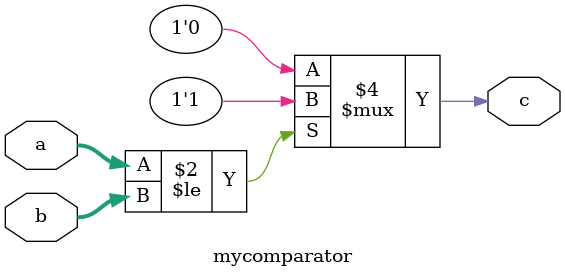
<source format=v>
module mycomparator (input [7:0] a,b,output reg c);
  always @(a,b) begin
    if (a <= b) 
      c = 1;
    else
      c = 0;
    end
  endmodule


</source>
